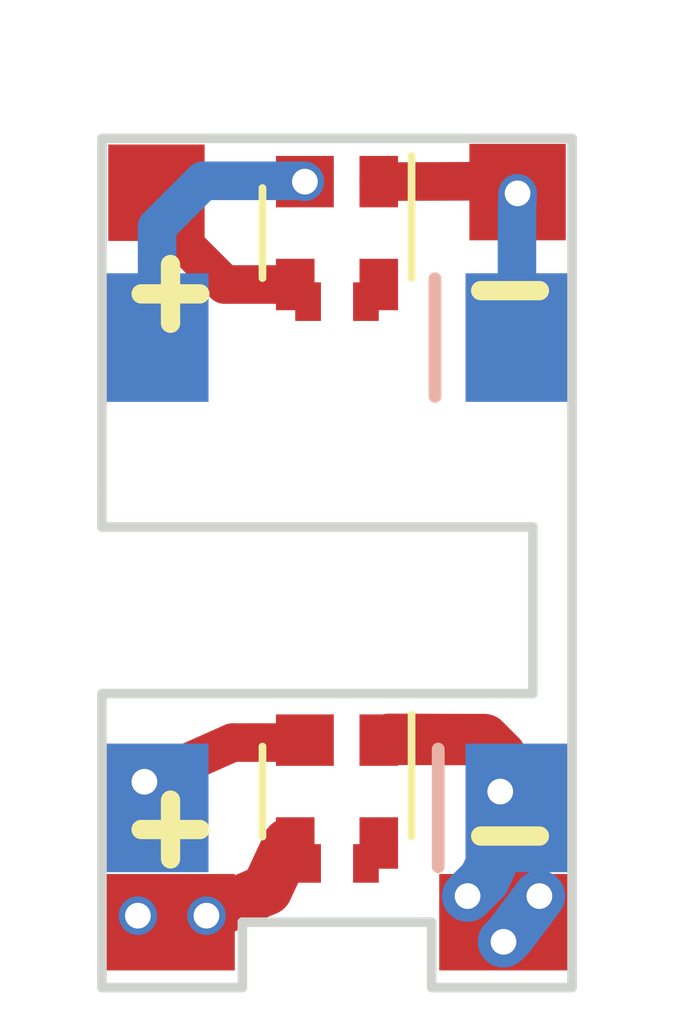
<source format=kicad_pcb>
(kicad_pcb (version 20221018) (generator pcbnew)
  (layers (0 "F.Cu" signal) (31 "B.Cu" signal) (34 "B.Paste" user) (35 "F.Paste" user) (36 "B.SilkS" user "B.Silkscreen") (37 "F.SilkS" user "F.Silkscreen") (38 "B.Mask" user) (39 "F.Mask" user) (44 "Edge.Cuts" user))
  (net 0 "")
  (net 1 "Net-(D1-Pad2)")
  (net 2 "Net-(IC1-Pad4)")
  (net 3 "Net-(D1-Pad1)")
  (net 4 "Net-(D2-Pad1)")
  (net 5 "Net-(D2-Pad2)")
  (net 6 "Net-(IC1-Pad3)")
  (net 7 "Net-(IC2-Pad3)")
  (net 8 "Net-(IC2-Pad4)")
  (footprint ".pretty:VCC_PAD" (layer "F.Cu") (at 149.9108 103.886)
    (fp_text reference "J1" hide)
    (fp_text value "C_GND")
    (pad "1" smd rect (at 0 0) (size 2 1.5) (layers "F.Cu" "F.Paste" "F.Mask") (net 3 "Net-(D1-Pad1)"))
  )
  (footprint "Resistors_SMD:R_0402_NoSilk" (layer "F.Cu") (at 147.32 102.9716 180)
    (fp_text reference "R1" hide)
    (fp_text value "15-20")
    (pad "1" smd rect (at -0.45 0 180) (size 0.4 0.6) (layers "F.Cu" "F.Paste" "F.Mask") (net 2 "Net-(IC1-Pad4)"))
    (pad "2" smd rect (at 0.45 0 180) (size 0.4 0.6) (layers "F.Cu" "F.Paste" "F.Mask") (net 6 "Net-(IC1-Pad3)"))
  )
  (footprint ".pretty:BCR402" (layer "F.Cu") (at 147.32 101.854 -90)
    (fp_text reference "IC1" hide)
    (fp_text value "BCR402W")
    (fp_line (start -0.7 1.16) (end 0.7 1.16) (stroke (width 0.12)) (layer "F.SilkS"))
    (fp_line (start 0.7 -1.16) (end -1.2 -1.16) (stroke (width 0.12)) (layer "F.SilkS"))
    (pad "1" smd rect (at -0.8 -0.65 270) (size 0.8 0.6) (layers "F.Cu" "F.Paste" "F.Mask") (net 3 "Net-(D1-Pad1)"))
    (pad "2" smd rect (at -0.8 0.5 270) (size 0.8 0.9) (layers "F.Cu" "F.Paste" "F.Mask") (net 1 "Net-(D1-Pad2)"))
    (pad "3" smd rect (at 0.8 0.65 270) (size 0.8 0.6) (layers "F.Cu" "F.Paste" "F.Mask") (net 6 "Net-(IC1-Pad3)"))
    (pad "4" smd rect (at 0.8 -0.65 270) (size 0.8 0.6) (layers "F.Cu" "F.Paste" "F.Mask") (net 2 "Net-(IC1-Pad4)"))
  )
  (footprint ".pretty:BCR402" (layer "F.Cu") (at 147.32 93.1672 -90)
    (fp_text reference "IC2" hide)
    (fp_text value "BCR402W")
    (fp_line (start -0.7 1.16) (end 0.7 1.16) (stroke (width 0.12)) (layer "F.SilkS"))
    (fp_line (start 0.7 -1.16) (end -1.2 -1.16) (stroke (width 0.12)) (layer "F.SilkS"))
    (pad "1" smd rect (at -0.8 -0.65 270) (size 0.8 0.6) (layers "F.Cu" "F.Paste" "F.Mask") (net 4 "Net-(D2-Pad1)"))
    (pad "2" smd rect (at -0.8 0.5 270) (size 0.8 0.9) (layers "F.Cu" "F.Paste" "F.Mask") (net 5 "Net-(D2-Pad2)"))
    (pad "3" smd rect (at 0.8 0.65 270) (size 0.8 0.6) (layers "F.Cu" "F.Paste" "F.Mask") (net 7 "Net-(IC2-Pad3)"))
    (pad "4" smd rect (at 0.8 -0.65 270) (size 0.8 0.6) (layers "F.Cu" "F.Paste" "F.Mask") (net 8 "Net-(IC2-Pad4)"))
  )
  (footprint ".pretty:VCC_PAD" (layer "F.Cu") (at 144.7292 103.886)
    (fp_text reference "J2" hide)
    (fp_text value "C_VCC")
    (pad "1" smd rect (at 0 0) (size 2 1.5) (layers "F.Cu" "F.Paste" "F.Mask") (net 6 "Net-(IC1-Pad3)"))
  )
  (footprint ".pretty:Light_PAD" (layer "F.Cu") (at 150.13 92.53)
    (fp_text reference "J3" hide)
    (fp_text value "C_GND")
    (pad "1" smd rect (at 0 0) (size 1.5 1.5) (layers "F.Cu" "F.Paste" "F.Mask") (net 4 "Net-(D2-Pad1)"))
  )
  (footprint ".pretty:Light_PAD" (layer "F.Cu") (at 144.51 92.54)
    (fp_text reference "J4" hide)
    (fp_text value "C_VCC")
    (pad "1" smd rect (at 0 0) (size 1.5 1.5) (layers "F.Cu" "F.Paste" "F.Mask") (net 7 "Net-(IC2-Pad3)"))
  )
  (footprint "Resistors_SMD:R_0402_NoSilk" (layer "F.Cu") (at 147.32 94.234 180)
    (fp_text reference "R2" hide)
    (fp_text value "15-20")
    (pad "1" smd rect (at -0.45 0 180) (size 0.4 0.6) (layers "F.Cu" "F.Paste" "F.Mask") (net 8 "Net-(IC2-Pad4)"))
    (pad "2" smd rect (at 0.45 0 180) (size 0.4 0.6) (layers "F.Cu" "F.Paste" "F.Mask") (net 7 "Net-(IC2-Pad3)"))
  )
  (footprint ".pretty:5730" (layer "B.Cu") (at 147.32 102.108 180)
    (fp_text reference "D1" hide)
    (fp_text value "LED")
    (pad "1" smd rect (at -2.8 0 180) (size 1.6 2) (layers "B.Cu" "B.Paste" "B.Mask") (net 3 "Net-(D1-Pad1)"))
    (pad "2" smd rect (at 2.8 0 180) (size 1.6 2) (layers "B.Cu" "B.Paste" "B.Mask") (net 1 "Net-(D1-Pad2)"))
  )
  (footprint ".pretty:5730" (layer "B.Cu") (at 147.32 94.7928 180)
    (fp_text reference "D2" hide)
    (fp_text value "LED")
    (pad "1" smd rect (at -2.8 0 180) (size 1.6 2) (layers "B.Cu" "B.Paste" "B.Mask") (net 4 "Net-(D2-Pad1)"))
    (pad "2" smd rect (at 2.8 0 180) (size 1.6 2) (layers "B.Cu" "B.Paste" "B.Mask") (net 5 "Net-(D2-Pad2)"))
  )
  (gr_line (start 148.8948 101.1936) (end 148.8948 103.0224) (stroke (width 0.2)) (layer "B.SilkS"))
  (gr_line (start 148.844 93.8784) (end 148.844 95.7072) (stroke (width 0.2)) (layer "B.SilkS"))
  (gr_line (start 145.8468 103.886) (end 145.8468 104.902) (stroke (width 0.15)) (layer "Edge.Cuts"))
  (gr_line (start 143.6624 104.902) (end 145.8468 104.902) (stroke (width 0.15)) (layer "Edge.Cuts"))
  (gr_line (start 143.6624 97.2312) (end 143.6624 97.7392) (stroke (width 0.15)) (layer "Edge.Cuts"))
  (gr_line (start 148.7932 104.902) (end 150.9776 104.902) (stroke (width 0.15)) (layer "Edge.Cuts"))
  (gr_line (start 143.6624 97.2312) (end 143.6624 91.694) (stroke (width 0.15)) (layer "Edge.Cuts"))
  (gr_line (start 148.7932 103.886) (end 148.7932 104.902) (stroke (width 0.15)) (layer "Edge.Cuts"))
  (gr_line (start 150.9776 91.694) (end 150.9776 104.902) (stroke (width 0.15)) (layer "Edge.Cuts"))
  (gr_line (start 145.8468 103.886) (end 148.7932 103.886) (stroke (width 0.15)) (layer "Edge.Cuts"))
  (gr_line (start 150.368 97.7392) (end 143.6624 97.7392) (stroke (width 0.15)) (layer "Edge.Cuts"))
  (gr_line (start 143.6624 100.33) (end 150.368 100.33) (stroke (width 0.15)) (layer "Edge.Cuts"))
  (gr_line (start 143.6624 91.694) (end 150.9776 91.694) (stroke (width 0.15)) (layer "Edge.Cuts"))
  (gr_line (start 143.6624 104.902) (end 143.6624 100.33) (stroke (width 0.15)) (layer "Edge.Cuts"))
  (gr_line (start 150.368 100.33) (end 150.368 97.7392) (stroke (width 0.15)) (layer "Edge.Cuts"))
  (gr_text "-" (at 150.0124 102.4636) (layer "F.SilkS") (effects (font (size 1.2 1.2) (thickness 0.3))))
  (gr_text "+" (at 144.7292 94.0308) (layer "F.SilkS") (effects (font (size 1.2 1.2) (thickness 0.3))))
  (gr_text "+" (at 144.7292 102.362) (layer "F.SilkS") (effects (font (size 1.2 1.2) (thickness 0.3))))
  (gr_text "-" (at 150.0124 93.98) (layer "F.SilkS") (effects (font (size 1.2 1.2) (thickness 0.3))))
  (segment (start 145.6944 101.092) (end 144.3228 101.7016) (width 0.6) (layer "F.Cu") (net 1))
  (segment (start 146.6596 101.092) (end 145.6944 101.092) (width 0.6) (layer "F.Cu") (net 1))
  (via (at 144.3228 101.7016) (size 0.6) (drill 0.4) (layers "F.Cu" "B.Cu") (net 1))
  (segment (start 144.3228 101.7016) (end 144.2148 101.8096) (width 0.4) (layer "B.Cu") (net 1))
  (segment (start 144.2148 101.8096) (end 144.3428 101.8096) (width 0.25) (layer "B.Cu") (net 1))
  (segment (start 149.61104 101.04624) (end 149.86 101.2952) (width 0.8) (layer "F.Cu") (net 3))
  (segment (start 149.86 101.2952) (end 149.86 101.854) (width 0.8) (layer "F.Cu") (net 3))
  (segment (start 149.733 103.51008) (end 149.66696 103.91648) (width 0.8) (layer "F.Cu") (net 3))
  (segment (start 149.66696 103.91648) (end 149.87524 104.08412) (width 0.8) (layer "F.Cu") (net 3))
  (segment (start 149.87524 104.08412) (end 149.9108 104.1908) (width 0.8) (layer "F.Cu") (net 3))
  (segment (start 150.4696 103.4796) (end 149.7076 103.4796) (width 0.8) (layer "F.Cu") (net 3))
  (segment (start 149.352 103.4796) (end 149.733 103.51008) (width 0.8) (layer "F.Cu") (net 3))
  (segment (start 148.1328 101.0412) (end 149.61104 101.04624) (width 0.8) (layer "F.Cu") (net 3))
  (via (at 149.86 101.854) (size 0.6) (drill 0.4) (layers "F.Cu" "B.Cu") (net 3))
  (via (at 150.4696 103.4796) (size 0.6) (drill 0.4) (layers "F.Cu" "B.Cu") (net 3))
  (via (at 149.9108 104.1908) (size 0.6) (drill 0.4) (layers "F.Cu" "B.Cu") (net 3))
  (via (at 149.352 103.4796) (size 0.6) (drill 0.4) (layers "F.Cu" "B.Cu") (net 3))
  (segment (start 149.86 101.854) (end 150.114 102.108) (width 0.8) (layer "B.Cu") (net 3))
  (segment (start 150.114 102.108) (end 150.12 102.108) (width 0.8) (layer "B.Cu") (net 3))
  (segment (start 149.9108 104.1908) (end 150.0124 104.0892) (width 0.8) (layer "B.Cu") (net 3))
  (segment (start 150.0124 104.0892) (end 150.4696 103.4796) (width 0.8) (layer "B.Cu") (net 3))
  (segment (start 149.352 103.4796) (end 149.612 103.2196) (width 0.8) (layer "B.Cu") (net 3))
  (segment (start 149.612 103.2196) (end 150.12 102.108) (width 0.8) (layer "B.Cu") (net 3))
  (segment (start 147.97 92.3672) (end 149.9396 92.3596) (width 0.6) (layer "F.Cu") (net 4))
  (via (at 150.13 92.55) (size 0.6) (drill 0.4) (layers "F.Cu" "B.Cu") (net 4))
  (segment (start 150.12 92.8176) (end 150.13 92.55) (width 0.6) (layer "B.Cu") (net 4))
  (segment (start 150.12 94.7928) (end 150.12 92.8176) (width 0.6) (layer "B.Cu") (net 4))
  (via (at 146.82 92.3672) (size 0.6) (drill 0.4) (layers "F.Cu" "B.Cu") (net 5))
  (segment (start 146.8072 92.3544) (end 146.82 92.3672) (width 0.6) (layer "B.Cu") (net 5))
  (segment (start 146.8072 92.3544) (end 145.2372 92.3544) (width 0.6) (layer "B.Cu") (net 5))
  (segment (start 145.2372 92.3544) (end 144.52 93.0716) (width 0.6) (layer "B.Cu") (net 5))
  (segment (start 144.52 94.7928) (end 144.52 93.0716) (width 0.6) (layer "B.Cu") (net 5))
  (segment (start 146.558 102.6668) (end 146.22554 103.378) (width 0.8) (layer "F.Cu") (net 6))
  (segment (start 145.1864 103.7844) (end 144.2212 103.7844) (width 0.8) (layer "F.Cu") (net 6))
  (segment (start 145.288 103.7844) (end 146.22554 103.378) (width 0.8) (layer "F.Cu") (net 6))
  (via (at 144.2212 103.7844) (size 0.6) (drill 0.4) (layers "F.Cu" "B.Cu") (net 6))
  (via (at 145.288 103.7844) (size 0.6) (drill 0.4) (layers "F.Cu" "B.Cu") (net 6))
  (segment (start 145.5696 93.9672) (end 144.38 92.7776) (width 0.6) (layer "F.Cu") (net 7))
  (segment (start 146.67 93.9672) (end 145.5696 93.9672) (width 0.6) (layer "F.Cu") (net 7))
)
</source>
